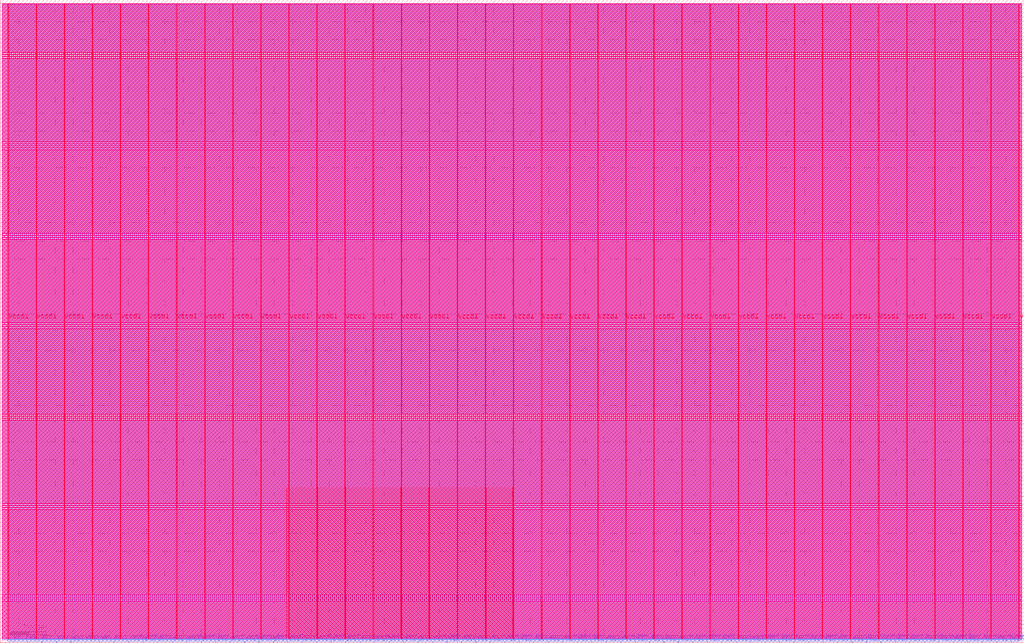
<source format=lef>
VERSION 5.7 ;
  NOWIREEXTENSIONATPIN ON ;
  DIVIDERCHAR "/" ;
  BUSBITCHARS "[]" ;
MACRO user_proj_npu
  CLASS BLOCK ;
  FOREIGN user_proj_npu ;
  ORIGIN 0.000 0.000 ;
  SIZE 2800.000 BY 1760.000 ;
  PIN vccd1
    DIRECTION INOUT ;
    USE POWER ;
    PORT
      LAYER met4 ;
        RECT 21.040 10.640 22.640 1749.200 ;
    END
    PORT
      LAYER met4 ;
        RECT 174.640 10.640 176.240 1749.200 ;
    END
    PORT
      LAYER met4 ;
        RECT 328.240 10.640 329.840 1749.200 ;
    END
    PORT
      LAYER met4 ;
        RECT 481.840 10.640 483.440 1749.200 ;
    END
    PORT
      LAYER met4 ;
        RECT 635.440 10.640 637.040 1749.200 ;
    END
    PORT
      LAYER met4 ;
        RECT 789.040 10.640 790.640 1749.200 ;
    END
    PORT
      LAYER met4 ;
        RECT 942.640 10.640 944.240 1749.200 ;
    END
    PORT
      LAYER met4 ;
        RECT 1096.240 10.640 1097.840 1749.200 ;
    END
    PORT
      LAYER met4 ;
        RECT 1249.840 10.640 1251.440 1749.200 ;
    END
    PORT
      LAYER met4 ;
        RECT 1403.440 10.640 1405.040 1749.200 ;
    END
    PORT
      LAYER met4 ;
        RECT 1557.040 10.640 1558.640 1749.200 ;
    END
    PORT
      LAYER met4 ;
        RECT 1710.640 10.640 1712.240 1749.200 ;
    END
    PORT
      LAYER met4 ;
        RECT 1864.240 10.640 1865.840 1749.200 ;
    END
    PORT
      LAYER met4 ;
        RECT 2017.840 10.640 2019.440 1749.200 ;
    END
    PORT
      LAYER met4 ;
        RECT 2171.440 10.640 2173.040 1749.200 ;
    END
    PORT
      LAYER met4 ;
        RECT 2325.040 10.640 2326.640 1749.200 ;
    END
    PORT
      LAYER met4 ;
        RECT 2478.640 10.640 2480.240 1749.200 ;
    END
    PORT
      LAYER met4 ;
        RECT 2632.240 10.640 2633.840 1749.200 ;
    END
    PORT
      LAYER met4 ;
        RECT 2785.840 10.640 2787.440 1749.200 ;
    END
  END vccd1
  PIN vssd1
    DIRECTION INOUT ;
    USE GROUND ;
    PORT
      LAYER met4 ;
        RECT 97.840 10.640 99.440 1749.200 ;
    END
    PORT
      LAYER met4 ;
        RECT 251.440 10.640 253.040 1749.200 ;
    END
    PORT
      LAYER met4 ;
        RECT 405.040 10.640 406.640 1749.200 ;
    END
    PORT
      LAYER met4 ;
        RECT 558.640 10.640 560.240 1749.200 ;
    END
    PORT
      LAYER met4 ;
        RECT 712.240 10.640 713.840 1749.200 ;
    END
    PORT
      LAYER met4 ;
        RECT 865.840 10.640 867.440 1749.200 ;
    END
    PORT
      LAYER met4 ;
        RECT 1019.440 10.640 1021.040 1749.200 ;
    END
    PORT
      LAYER met4 ;
        RECT 1173.040 10.640 1174.640 1749.200 ;
    END
    PORT
      LAYER met4 ;
        RECT 1326.640 10.640 1328.240 1749.200 ;
    END
    PORT
      LAYER met4 ;
        RECT 1480.240 10.640 1481.840 1749.200 ;
    END
    PORT
      LAYER met4 ;
        RECT 1633.840 10.640 1635.440 1749.200 ;
    END
    PORT
      LAYER met4 ;
        RECT 1787.440 10.640 1789.040 1749.200 ;
    END
    PORT
      LAYER met4 ;
        RECT 1941.040 10.640 1942.640 1749.200 ;
    END
    PORT
      LAYER met4 ;
        RECT 2094.640 10.640 2096.240 1749.200 ;
    END
    PORT
      LAYER met4 ;
        RECT 2248.240 10.640 2249.840 1749.200 ;
    END
    PORT
      LAYER met4 ;
        RECT 2401.840 10.640 2403.440 1749.200 ;
    END
    PORT
      LAYER met4 ;
        RECT 2555.440 10.640 2557.040 1749.200 ;
    END
    PORT
      LAYER met4 ;
        RECT 2709.040 10.640 2710.640 1749.200 ;
    END
  END vssd1
  PIN wb_clk_i
    DIRECTION INPUT ;
    USE SIGNAL ;
    ANTENNAGATEAREA 0.852000 ;
    PORT
      LAYER met2 ;
        RECT 35.050 0.000 35.330 4.000 ;
    END
  END wb_clk_i
  PIN wb_rst_i
    DIRECTION INPUT ;
    USE SIGNAL ;
    PORT
      LAYER met2 ;
        RECT 74.610 0.000 74.890 4.000 ;
    END
  END wb_rst_i
  PIN wbs_ack_o
    DIRECTION OUTPUT TRISTATE ;
    USE SIGNAL ;
    ANTENNADIFFAREA 2.673000 ;
    PORT
      LAYER met2 ;
        RECT 114.170 0.000 114.450 4.000 ;
    END
  END wbs_ack_o
  PIN wbs_cyc_i
    DIRECTION INPUT ;
    USE SIGNAL ;
    ANTENNAGATEAREA 0.126000 ;
    PORT
      LAYER met2 ;
        RECT 153.730 0.000 154.010 4.000 ;
    END
  END wbs_cyc_i
  PIN wbs_dat_i[0]
    DIRECTION INPUT ;
    USE SIGNAL ;
    ANTENNAGATEAREA 0.126000 ;
    PORT
      LAYER met2 ;
        RECT 272.410 0.000 272.690 4.000 ;
    END
  END wbs_dat_i[0]
  PIN wbs_dat_i[10]
    DIRECTION INPUT ;
    USE SIGNAL ;
    ANTENNAGATEAREA 0.126000 ;
    PORT
      LAYER met2 ;
        RECT 1063.610 0.000 1063.890 4.000 ;
    END
  END wbs_dat_i[10]
  PIN wbs_dat_i[11]
    DIRECTION INPUT ;
    USE SIGNAL ;
    ANTENNAGATEAREA 0.126000 ;
    PORT
      LAYER met2 ;
        RECT 1142.730 0.000 1143.010 4.000 ;
    END
  END wbs_dat_i[11]
  PIN wbs_dat_i[12]
    DIRECTION INPUT ;
    USE SIGNAL ;
    ANTENNAGATEAREA 0.126000 ;
    PORT
      LAYER met2 ;
        RECT 1221.850 0.000 1222.130 4.000 ;
    END
  END wbs_dat_i[12]
  PIN wbs_dat_i[13]
    DIRECTION INPUT ;
    USE SIGNAL ;
    ANTENNAGATEAREA 0.126000 ;
    PORT
      LAYER met2 ;
        RECT 1300.970 0.000 1301.250 4.000 ;
    END
  END wbs_dat_i[13]
  PIN wbs_dat_i[14]
    DIRECTION INPUT ;
    USE SIGNAL ;
    ANTENNAGATEAREA 0.126000 ;
    PORT
      LAYER met2 ;
        RECT 1380.090 0.000 1380.370 4.000 ;
    END
  END wbs_dat_i[14]
  PIN wbs_dat_i[15]
    DIRECTION INPUT ;
    USE SIGNAL ;
    ANTENNAGATEAREA 0.126000 ;
    PORT
      LAYER met2 ;
        RECT 1459.210 0.000 1459.490 4.000 ;
    END
  END wbs_dat_i[15]
  PIN wbs_dat_i[16]
    DIRECTION INPUT ;
    USE SIGNAL ;
    ANTENNAGATEAREA 0.126000 ;
    PORT
      LAYER met2 ;
        RECT 1538.330 0.000 1538.610 4.000 ;
    END
  END wbs_dat_i[16]
  PIN wbs_dat_i[17]
    DIRECTION INPUT ;
    USE SIGNAL ;
    ANTENNAGATEAREA 0.126000 ;
    PORT
      LAYER met2 ;
        RECT 1617.450 0.000 1617.730 4.000 ;
    END
  END wbs_dat_i[17]
  PIN wbs_dat_i[18]
    DIRECTION INPUT ;
    USE SIGNAL ;
    ANTENNAGATEAREA 0.126000 ;
    PORT
      LAYER met2 ;
        RECT 1696.570 0.000 1696.850 4.000 ;
    END
  END wbs_dat_i[18]
  PIN wbs_dat_i[19]
    DIRECTION INPUT ;
    USE SIGNAL ;
    ANTENNAGATEAREA 0.126000 ;
    PORT
      LAYER met2 ;
        RECT 1775.690 0.000 1775.970 4.000 ;
    END
  END wbs_dat_i[19]
  PIN wbs_dat_i[1]
    DIRECTION INPUT ;
    USE SIGNAL ;
    ANTENNAGATEAREA 0.126000 ;
    PORT
      LAYER met2 ;
        RECT 351.530 0.000 351.810 4.000 ;
    END
  END wbs_dat_i[1]
  PIN wbs_dat_i[20]
    DIRECTION INPUT ;
    USE SIGNAL ;
    ANTENNAGATEAREA 0.126000 ;
    PORT
      LAYER met2 ;
        RECT 1854.810 0.000 1855.090 4.000 ;
    END
  END wbs_dat_i[20]
  PIN wbs_dat_i[21]
    DIRECTION INPUT ;
    USE SIGNAL ;
    ANTENNAGATEAREA 0.126000 ;
    PORT
      LAYER met2 ;
        RECT 1933.930 0.000 1934.210 4.000 ;
    END
  END wbs_dat_i[21]
  PIN wbs_dat_i[22]
    DIRECTION INPUT ;
    USE SIGNAL ;
    ANTENNAGATEAREA 0.126000 ;
    PORT
      LAYER met2 ;
        RECT 2013.050 0.000 2013.330 4.000 ;
    END
  END wbs_dat_i[22]
  PIN wbs_dat_i[23]
    DIRECTION INPUT ;
    USE SIGNAL ;
    ANTENNAGATEAREA 0.126000 ;
    PORT
      LAYER met2 ;
        RECT 2092.170 0.000 2092.450 4.000 ;
    END
  END wbs_dat_i[23]
  PIN wbs_dat_i[24]
    DIRECTION INPUT ;
    USE SIGNAL ;
    ANTENNAGATEAREA 0.196500 ;
    PORT
      LAYER met2 ;
        RECT 2171.290 0.000 2171.570 4.000 ;
    END
  END wbs_dat_i[24]
  PIN wbs_dat_i[25]
    DIRECTION INPUT ;
    USE SIGNAL ;
    ANTENNAGATEAREA 0.126000 ;
    PORT
      LAYER met2 ;
        RECT 2250.410 0.000 2250.690 4.000 ;
    END
  END wbs_dat_i[25]
  PIN wbs_dat_i[26]
    DIRECTION INPUT ;
    USE SIGNAL ;
    ANTENNAGATEAREA 0.196500 ;
    PORT
      LAYER met2 ;
        RECT 2329.530 0.000 2329.810 4.000 ;
    END
  END wbs_dat_i[26]
  PIN wbs_dat_i[27]
    DIRECTION INPUT ;
    USE SIGNAL ;
    ANTENNAGATEAREA 0.126000 ;
    PORT
      LAYER met2 ;
        RECT 2408.650 0.000 2408.930 4.000 ;
    END
  END wbs_dat_i[27]
  PIN wbs_dat_i[28]
    DIRECTION INPUT ;
    USE SIGNAL ;
    ANTENNAGATEAREA 0.126000 ;
    PORT
      LAYER met2 ;
        RECT 2487.770 0.000 2488.050 4.000 ;
    END
  END wbs_dat_i[28]
  PIN wbs_dat_i[29]
    DIRECTION INPUT ;
    USE SIGNAL ;
    ANTENNAGATEAREA 0.126000 ;
    PORT
      LAYER met2 ;
        RECT 2566.890 0.000 2567.170 4.000 ;
    END
  END wbs_dat_i[29]
  PIN wbs_dat_i[2]
    DIRECTION INPUT ;
    USE SIGNAL ;
    ANTENNAGATEAREA 0.126000 ;
    PORT
      LAYER met2 ;
        RECT 430.650 0.000 430.930 4.000 ;
    END
  END wbs_dat_i[2]
  PIN wbs_dat_i[30]
    DIRECTION INPUT ;
    USE SIGNAL ;
    ANTENNAGATEAREA 0.126000 ;
    PORT
      LAYER met2 ;
        RECT 2646.010 0.000 2646.290 4.000 ;
    END
  END wbs_dat_i[30]
  PIN wbs_dat_i[31]
    DIRECTION INPUT ;
    USE SIGNAL ;
    ANTENNAGATEAREA 0.126000 ;
    PORT
      LAYER met2 ;
        RECT 2725.130 0.000 2725.410 4.000 ;
    END
  END wbs_dat_i[31]
  PIN wbs_dat_i[3]
    DIRECTION INPUT ;
    USE SIGNAL ;
    ANTENNAGATEAREA 0.126000 ;
    PORT
      LAYER met2 ;
        RECT 509.770 0.000 510.050 4.000 ;
    END
  END wbs_dat_i[3]
  PIN wbs_dat_i[4]
    DIRECTION INPUT ;
    USE SIGNAL ;
    ANTENNAGATEAREA 0.126000 ;
    PORT
      LAYER met2 ;
        RECT 588.890 0.000 589.170 4.000 ;
    END
  END wbs_dat_i[4]
  PIN wbs_dat_i[5]
    DIRECTION INPUT ;
    USE SIGNAL ;
    ANTENNAGATEAREA 0.126000 ;
    PORT
      LAYER met2 ;
        RECT 668.010 0.000 668.290 4.000 ;
    END
  END wbs_dat_i[5]
  PIN wbs_dat_i[6]
    DIRECTION INPUT ;
    USE SIGNAL ;
    ANTENNAGATEAREA 0.126000 ;
    PORT
      LAYER met2 ;
        RECT 747.130 0.000 747.410 4.000 ;
    END
  END wbs_dat_i[6]
  PIN wbs_dat_i[7]
    DIRECTION INPUT ;
    USE SIGNAL ;
    ANTENNAGATEAREA 0.126000 ;
    PORT
      LAYER met2 ;
        RECT 826.250 0.000 826.530 4.000 ;
    END
  END wbs_dat_i[7]
  PIN wbs_dat_i[8]
    DIRECTION INPUT ;
    USE SIGNAL ;
    ANTENNAGATEAREA 0.126000 ;
    PORT
      LAYER met2 ;
        RECT 905.370 0.000 905.650 4.000 ;
    END
  END wbs_dat_i[8]
  PIN wbs_dat_i[9]
    DIRECTION INPUT ;
    USE SIGNAL ;
    ANTENNAGATEAREA 0.126000 ;
    PORT
      LAYER met2 ;
        RECT 984.490 0.000 984.770 4.000 ;
    END
  END wbs_dat_i[9]
  PIN wbs_dat_o[0]
    DIRECTION OUTPUT TRISTATE ;
    USE SIGNAL ;
    ANTENNADIFFAREA 2.673000 ;
    PORT
      LAYER met2 ;
        RECT 311.970 0.000 312.250 4.000 ;
    END
  END wbs_dat_o[0]
  PIN wbs_dat_o[10]
    DIRECTION OUTPUT TRISTATE ;
    USE SIGNAL ;
    ANTENNADIFFAREA 2.673000 ;
    PORT
      LAYER met2 ;
        RECT 1103.170 0.000 1103.450 4.000 ;
    END
  END wbs_dat_o[10]
  PIN wbs_dat_o[11]
    DIRECTION OUTPUT TRISTATE ;
    USE SIGNAL ;
    ANTENNADIFFAREA 2.673000 ;
    PORT
      LAYER met2 ;
        RECT 1182.290 0.000 1182.570 4.000 ;
    END
  END wbs_dat_o[11]
  PIN wbs_dat_o[12]
    DIRECTION OUTPUT TRISTATE ;
    USE SIGNAL ;
    ANTENNADIFFAREA 2.673000 ;
    PORT
      LAYER met2 ;
        RECT 1261.410 0.000 1261.690 4.000 ;
    END
  END wbs_dat_o[12]
  PIN wbs_dat_o[13]
    DIRECTION OUTPUT TRISTATE ;
    USE SIGNAL ;
    ANTENNADIFFAREA 2.673000 ;
    PORT
      LAYER met2 ;
        RECT 1340.530 0.000 1340.810 4.000 ;
    END
  END wbs_dat_o[13]
  PIN wbs_dat_o[14]
    DIRECTION OUTPUT TRISTATE ;
    USE SIGNAL ;
    ANTENNADIFFAREA 2.673000 ;
    PORT
      LAYER met2 ;
        RECT 1419.650 0.000 1419.930 4.000 ;
    END
  END wbs_dat_o[14]
  PIN wbs_dat_o[15]
    DIRECTION OUTPUT TRISTATE ;
    USE SIGNAL ;
    ANTENNADIFFAREA 2.673000 ;
    PORT
      LAYER met2 ;
        RECT 1498.770 0.000 1499.050 4.000 ;
    END
  END wbs_dat_o[15]
  PIN wbs_dat_o[16]
    DIRECTION OUTPUT TRISTATE ;
    USE SIGNAL ;
    PORT
      LAYER met2 ;
        RECT 1577.890 0.000 1578.170 4.000 ;
    END
  END wbs_dat_o[16]
  PIN wbs_dat_o[17]
    DIRECTION OUTPUT TRISTATE ;
    USE SIGNAL ;
    PORT
      LAYER met2 ;
        RECT 1657.010 0.000 1657.290 4.000 ;
    END
  END wbs_dat_o[17]
  PIN wbs_dat_o[18]
    DIRECTION OUTPUT TRISTATE ;
    USE SIGNAL ;
    PORT
      LAYER met2 ;
        RECT 1736.130 0.000 1736.410 4.000 ;
    END
  END wbs_dat_o[18]
  PIN wbs_dat_o[19]
    DIRECTION OUTPUT TRISTATE ;
    USE SIGNAL ;
    PORT
      LAYER met2 ;
        RECT 1815.250 0.000 1815.530 4.000 ;
    END
  END wbs_dat_o[19]
  PIN wbs_dat_o[1]
    DIRECTION OUTPUT TRISTATE ;
    USE SIGNAL ;
    ANTENNADIFFAREA 2.673000 ;
    PORT
      LAYER met2 ;
        RECT 391.090 0.000 391.370 4.000 ;
    END
  END wbs_dat_o[1]
  PIN wbs_dat_o[20]
    DIRECTION OUTPUT TRISTATE ;
    USE SIGNAL ;
    PORT
      LAYER met2 ;
        RECT 1894.370 0.000 1894.650 4.000 ;
    END
  END wbs_dat_o[20]
  PIN wbs_dat_o[21]
    DIRECTION OUTPUT TRISTATE ;
    USE SIGNAL ;
    PORT
      LAYER met2 ;
        RECT 1973.490 0.000 1973.770 4.000 ;
    END
  END wbs_dat_o[21]
  PIN wbs_dat_o[22]
    DIRECTION OUTPUT TRISTATE ;
    USE SIGNAL ;
    PORT
      LAYER met2 ;
        RECT 2052.610 0.000 2052.890 4.000 ;
    END
  END wbs_dat_o[22]
  PIN wbs_dat_o[23]
    DIRECTION OUTPUT TRISTATE ;
    USE SIGNAL ;
    PORT
      LAYER met2 ;
        RECT 2131.730 0.000 2132.010 4.000 ;
    END
  END wbs_dat_o[23]
  PIN wbs_dat_o[24]
    DIRECTION OUTPUT TRISTATE ;
    USE SIGNAL ;
    PORT
      LAYER met2 ;
        RECT 2210.850 0.000 2211.130 4.000 ;
    END
  END wbs_dat_o[24]
  PIN wbs_dat_o[25]
    DIRECTION OUTPUT TRISTATE ;
    USE SIGNAL ;
    PORT
      LAYER met2 ;
        RECT 2289.970 0.000 2290.250 4.000 ;
    END
  END wbs_dat_o[25]
  PIN wbs_dat_o[26]
    DIRECTION OUTPUT TRISTATE ;
    USE SIGNAL ;
    PORT
      LAYER met2 ;
        RECT 2369.090 0.000 2369.370 4.000 ;
    END
  END wbs_dat_o[26]
  PIN wbs_dat_o[27]
    DIRECTION OUTPUT TRISTATE ;
    USE SIGNAL ;
    PORT
      LAYER met2 ;
        RECT 2448.210 0.000 2448.490 4.000 ;
    END
  END wbs_dat_o[27]
  PIN wbs_dat_o[28]
    DIRECTION OUTPUT TRISTATE ;
    USE SIGNAL ;
    PORT
      LAYER met2 ;
        RECT 2527.330 0.000 2527.610 4.000 ;
    END
  END wbs_dat_o[28]
  PIN wbs_dat_o[29]
    DIRECTION OUTPUT TRISTATE ;
    USE SIGNAL ;
    PORT
      LAYER met2 ;
        RECT 2606.450 0.000 2606.730 4.000 ;
    END
  END wbs_dat_o[29]
  PIN wbs_dat_o[2]
    DIRECTION OUTPUT TRISTATE ;
    USE SIGNAL ;
    ANTENNADIFFAREA 2.673000 ;
    PORT
      LAYER met2 ;
        RECT 470.210 0.000 470.490 4.000 ;
    END
  END wbs_dat_o[2]
  PIN wbs_dat_o[30]
    DIRECTION OUTPUT TRISTATE ;
    USE SIGNAL ;
    PORT
      LAYER met2 ;
        RECT 2685.570 0.000 2685.850 4.000 ;
    END
  END wbs_dat_o[30]
  PIN wbs_dat_o[31]
    DIRECTION OUTPUT TRISTATE ;
    USE SIGNAL ;
    PORT
      LAYER met2 ;
        RECT 2764.690 0.000 2764.970 4.000 ;
    END
  END wbs_dat_o[31]
  PIN wbs_dat_o[3]
    DIRECTION OUTPUT TRISTATE ;
    USE SIGNAL ;
    ANTENNADIFFAREA 2.673000 ;
    PORT
      LAYER met2 ;
        RECT 549.330 0.000 549.610 4.000 ;
    END
  END wbs_dat_o[3]
  PIN wbs_dat_o[4]
    DIRECTION OUTPUT TRISTATE ;
    USE SIGNAL ;
    ANTENNADIFFAREA 2.673000 ;
    PORT
      LAYER met2 ;
        RECT 628.450 0.000 628.730 4.000 ;
    END
  END wbs_dat_o[4]
  PIN wbs_dat_o[5]
    DIRECTION OUTPUT TRISTATE ;
    USE SIGNAL ;
    ANTENNADIFFAREA 2.673000 ;
    PORT
      LAYER met2 ;
        RECT 707.570 0.000 707.850 4.000 ;
    END
  END wbs_dat_o[5]
  PIN wbs_dat_o[6]
    DIRECTION OUTPUT TRISTATE ;
    USE SIGNAL ;
    ANTENNADIFFAREA 2.673000 ;
    PORT
      LAYER met2 ;
        RECT 786.690 0.000 786.970 4.000 ;
    END
  END wbs_dat_o[6]
  PIN wbs_dat_o[7]
    DIRECTION OUTPUT TRISTATE ;
    USE SIGNAL ;
    ANTENNADIFFAREA 2.673000 ;
    PORT
      LAYER met2 ;
        RECT 865.810 0.000 866.090 4.000 ;
    END
  END wbs_dat_o[7]
  PIN wbs_dat_o[8]
    DIRECTION OUTPUT TRISTATE ;
    USE SIGNAL ;
    ANTENNADIFFAREA 2.673000 ;
    PORT
      LAYER met2 ;
        RECT 944.930 0.000 945.210 4.000 ;
    END
  END wbs_dat_o[8]
  PIN wbs_dat_o[9]
    DIRECTION OUTPUT TRISTATE ;
    USE SIGNAL ;
    ANTENNADIFFAREA 2.673000 ;
    PORT
      LAYER met2 ;
        RECT 1024.050 0.000 1024.330 4.000 ;
    END
  END wbs_dat_o[9]
  PIN wbs_stb_i
    DIRECTION INPUT ;
    USE SIGNAL ;
    ANTENNAGATEAREA 0.213000 ;
    PORT
      LAYER met2 ;
        RECT 193.290 0.000 193.570 4.000 ;
    END
  END wbs_stb_i
  PIN wbs_we_i
    DIRECTION INPUT ;
    USE SIGNAL ;
    PORT
      LAYER met2 ;
        RECT 232.850 0.000 233.130 4.000 ;
    END
  END wbs_we_i
  OBS
      LAYER nwell ;
        RECT 5.330 1747.545 2794.230 1749.150 ;
        RECT 5.330 1742.105 2794.230 1744.935 ;
        RECT 5.330 1736.665 2794.230 1739.495 ;
        RECT 5.330 1731.225 2794.230 1734.055 ;
        RECT 5.330 1725.785 2794.230 1728.615 ;
        RECT 5.330 1720.345 2794.230 1723.175 ;
        RECT 5.330 1714.905 2794.230 1717.735 ;
        RECT 5.330 1709.465 2794.230 1712.295 ;
        RECT 5.330 1704.025 2794.230 1706.855 ;
        RECT 5.330 1698.585 2794.230 1701.415 ;
        RECT 5.330 1693.145 2794.230 1695.975 ;
        RECT 5.330 1687.705 2794.230 1690.535 ;
        RECT 5.330 1682.265 2794.230 1685.095 ;
        RECT 5.330 1676.825 2794.230 1679.655 ;
        RECT 5.330 1671.385 2794.230 1674.215 ;
        RECT 5.330 1665.945 2794.230 1668.775 ;
        RECT 5.330 1660.505 2794.230 1663.335 ;
        RECT 5.330 1655.065 2794.230 1657.895 ;
        RECT 5.330 1649.625 2794.230 1652.455 ;
        RECT 5.330 1644.185 2794.230 1647.015 ;
        RECT 5.330 1638.745 2794.230 1641.575 ;
        RECT 5.330 1633.305 2794.230 1636.135 ;
        RECT 5.330 1627.865 2794.230 1630.695 ;
        RECT 5.330 1622.425 2794.230 1625.255 ;
        RECT 5.330 1616.985 2794.230 1619.815 ;
        RECT 5.330 1611.545 2794.230 1614.375 ;
        RECT 5.330 1606.105 2794.230 1608.935 ;
        RECT 5.330 1600.665 2794.230 1603.495 ;
        RECT 5.330 1595.225 2794.230 1598.055 ;
        RECT 5.330 1589.785 2794.230 1592.615 ;
        RECT 5.330 1584.345 2794.230 1587.175 ;
        RECT 5.330 1578.905 2794.230 1581.735 ;
        RECT 5.330 1573.465 2794.230 1576.295 ;
        RECT 5.330 1568.025 2794.230 1570.855 ;
        RECT 5.330 1562.585 2794.230 1565.415 ;
        RECT 5.330 1557.145 2794.230 1559.975 ;
        RECT 5.330 1551.705 2794.230 1554.535 ;
        RECT 5.330 1546.265 2794.230 1549.095 ;
        RECT 5.330 1540.825 2794.230 1543.655 ;
        RECT 5.330 1535.385 2794.230 1538.215 ;
        RECT 5.330 1529.945 2794.230 1532.775 ;
        RECT 5.330 1524.505 2794.230 1527.335 ;
        RECT 5.330 1519.065 2794.230 1521.895 ;
        RECT 5.330 1513.625 2794.230 1516.455 ;
        RECT 5.330 1508.185 2794.230 1511.015 ;
        RECT 5.330 1502.745 2794.230 1505.575 ;
        RECT 5.330 1497.305 2794.230 1500.135 ;
        RECT 5.330 1491.865 2794.230 1494.695 ;
        RECT 5.330 1486.425 2794.230 1489.255 ;
        RECT 5.330 1480.985 2794.230 1483.815 ;
        RECT 5.330 1475.545 2794.230 1478.375 ;
        RECT 5.330 1470.105 2794.230 1472.935 ;
        RECT 5.330 1464.665 2794.230 1467.495 ;
        RECT 5.330 1459.225 2794.230 1462.055 ;
        RECT 5.330 1453.785 2794.230 1456.615 ;
        RECT 5.330 1448.345 2794.230 1451.175 ;
        RECT 5.330 1442.905 2794.230 1445.735 ;
        RECT 5.330 1437.465 2794.230 1440.295 ;
        RECT 5.330 1432.025 2794.230 1434.855 ;
        RECT 5.330 1426.585 2794.230 1429.415 ;
        RECT 5.330 1421.145 2794.230 1423.975 ;
        RECT 5.330 1415.705 2794.230 1418.535 ;
        RECT 5.330 1410.265 2794.230 1413.095 ;
        RECT 5.330 1404.825 2794.230 1407.655 ;
        RECT 5.330 1399.385 2794.230 1402.215 ;
        RECT 5.330 1393.945 2794.230 1396.775 ;
        RECT 5.330 1388.505 2794.230 1391.335 ;
        RECT 5.330 1383.065 2794.230 1385.895 ;
        RECT 5.330 1377.625 2794.230 1380.455 ;
        RECT 5.330 1372.185 2794.230 1375.015 ;
        RECT 5.330 1366.745 2794.230 1369.575 ;
        RECT 5.330 1361.305 2794.230 1364.135 ;
        RECT 5.330 1355.865 2794.230 1358.695 ;
        RECT 5.330 1350.425 2794.230 1353.255 ;
        RECT 5.330 1344.985 2794.230 1347.815 ;
        RECT 5.330 1339.545 2794.230 1342.375 ;
        RECT 5.330 1334.105 2794.230 1336.935 ;
        RECT 5.330 1328.665 2794.230 1331.495 ;
        RECT 5.330 1323.225 2794.230 1326.055 ;
        RECT 5.330 1317.785 2794.230 1320.615 ;
        RECT 5.330 1312.345 2794.230 1315.175 ;
        RECT 5.330 1306.905 2794.230 1309.735 ;
        RECT 5.330 1301.465 2794.230 1304.295 ;
        RECT 5.330 1296.025 2794.230 1298.855 ;
        RECT 5.330 1290.585 2794.230 1293.415 ;
        RECT 5.330 1285.145 2794.230 1287.975 ;
        RECT 5.330 1279.705 2794.230 1282.535 ;
        RECT 5.330 1274.265 2794.230 1277.095 ;
        RECT 5.330 1268.825 2794.230 1271.655 ;
        RECT 5.330 1263.385 2794.230 1266.215 ;
        RECT 5.330 1257.945 2794.230 1260.775 ;
        RECT 5.330 1252.505 2794.230 1255.335 ;
        RECT 5.330 1247.065 2794.230 1249.895 ;
        RECT 5.330 1241.625 2794.230 1244.455 ;
        RECT 5.330 1236.185 2794.230 1239.015 ;
        RECT 5.330 1230.745 2794.230 1233.575 ;
        RECT 5.330 1225.305 2794.230 1228.135 ;
        RECT 5.330 1219.865 2794.230 1222.695 ;
        RECT 5.330 1214.425 2794.230 1217.255 ;
        RECT 5.330 1208.985 2794.230 1211.815 ;
        RECT 5.330 1203.545 2794.230 1206.375 ;
        RECT 5.330 1198.105 2794.230 1200.935 ;
        RECT 5.330 1192.665 2794.230 1195.495 ;
        RECT 5.330 1187.225 2794.230 1190.055 ;
        RECT 5.330 1181.785 2794.230 1184.615 ;
        RECT 5.330 1176.345 2794.230 1179.175 ;
        RECT 5.330 1170.905 2794.230 1173.735 ;
        RECT 5.330 1165.465 2794.230 1168.295 ;
        RECT 5.330 1160.025 2794.230 1162.855 ;
        RECT 5.330 1154.585 2794.230 1157.415 ;
        RECT 5.330 1149.145 2794.230 1151.975 ;
        RECT 5.330 1143.705 2794.230 1146.535 ;
        RECT 5.330 1138.265 2794.230 1141.095 ;
        RECT 5.330 1132.825 2794.230 1135.655 ;
        RECT 5.330 1127.385 2794.230 1130.215 ;
        RECT 5.330 1121.945 2794.230 1124.775 ;
        RECT 5.330 1116.505 2794.230 1119.335 ;
        RECT 5.330 1111.065 2794.230 1113.895 ;
        RECT 5.330 1105.625 2794.230 1108.455 ;
        RECT 5.330 1100.185 2794.230 1103.015 ;
        RECT 5.330 1094.745 2794.230 1097.575 ;
        RECT 5.330 1089.305 2794.230 1092.135 ;
        RECT 5.330 1083.865 2794.230 1086.695 ;
        RECT 5.330 1078.425 2794.230 1081.255 ;
        RECT 5.330 1072.985 2794.230 1075.815 ;
        RECT 5.330 1067.545 2794.230 1070.375 ;
        RECT 5.330 1062.105 2794.230 1064.935 ;
        RECT 5.330 1056.665 2794.230 1059.495 ;
        RECT 5.330 1051.225 2794.230 1054.055 ;
        RECT 5.330 1045.785 2794.230 1048.615 ;
        RECT 5.330 1040.345 2794.230 1043.175 ;
        RECT 5.330 1034.905 2794.230 1037.735 ;
        RECT 5.330 1029.465 2794.230 1032.295 ;
        RECT 5.330 1024.025 2794.230 1026.855 ;
        RECT 5.330 1018.585 2794.230 1021.415 ;
        RECT 5.330 1013.145 2794.230 1015.975 ;
        RECT 5.330 1007.705 2794.230 1010.535 ;
        RECT 5.330 1002.265 2794.230 1005.095 ;
        RECT 5.330 996.825 2794.230 999.655 ;
        RECT 5.330 991.385 2794.230 994.215 ;
        RECT 5.330 985.945 2794.230 988.775 ;
        RECT 5.330 980.505 2794.230 983.335 ;
        RECT 5.330 975.065 2794.230 977.895 ;
        RECT 5.330 969.625 2794.230 972.455 ;
        RECT 5.330 964.185 2794.230 967.015 ;
        RECT 5.330 958.745 2794.230 961.575 ;
        RECT 5.330 953.305 2794.230 956.135 ;
        RECT 5.330 947.865 2794.230 950.695 ;
        RECT 5.330 942.425 2794.230 945.255 ;
        RECT 5.330 936.985 2794.230 939.815 ;
        RECT 5.330 931.545 2794.230 934.375 ;
        RECT 5.330 926.105 2794.230 928.935 ;
        RECT 5.330 920.665 2794.230 923.495 ;
        RECT 5.330 915.225 2794.230 918.055 ;
        RECT 5.330 909.785 2794.230 912.615 ;
        RECT 5.330 904.345 2794.230 907.175 ;
        RECT 5.330 898.905 2794.230 901.735 ;
        RECT 5.330 893.465 2794.230 896.295 ;
        RECT 5.330 888.025 2794.230 890.855 ;
        RECT 5.330 882.585 2794.230 885.415 ;
        RECT 5.330 877.145 2794.230 879.975 ;
        RECT 5.330 871.705 2794.230 874.535 ;
        RECT 5.330 866.265 2794.230 869.095 ;
        RECT 5.330 860.825 2794.230 863.655 ;
        RECT 5.330 855.385 2794.230 858.215 ;
        RECT 5.330 849.945 2794.230 852.775 ;
        RECT 5.330 844.505 2794.230 847.335 ;
        RECT 5.330 839.065 2794.230 841.895 ;
        RECT 5.330 833.625 2794.230 836.455 ;
        RECT 5.330 828.185 2794.230 831.015 ;
        RECT 5.330 822.745 2794.230 825.575 ;
        RECT 5.330 817.305 2794.230 820.135 ;
        RECT 5.330 811.865 2794.230 814.695 ;
        RECT 5.330 806.425 2794.230 809.255 ;
        RECT 5.330 800.985 2794.230 803.815 ;
        RECT 5.330 795.545 2794.230 798.375 ;
        RECT 5.330 790.105 2794.230 792.935 ;
        RECT 5.330 784.665 2794.230 787.495 ;
        RECT 5.330 779.225 2794.230 782.055 ;
        RECT 5.330 773.785 2794.230 776.615 ;
        RECT 5.330 768.345 2794.230 771.175 ;
        RECT 5.330 762.905 2794.230 765.735 ;
        RECT 5.330 757.465 2794.230 760.295 ;
        RECT 5.330 752.025 2794.230 754.855 ;
        RECT 5.330 746.585 2794.230 749.415 ;
        RECT 5.330 741.145 2794.230 743.975 ;
        RECT 5.330 735.705 2794.230 738.535 ;
        RECT 5.330 730.265 2794.230 733.095 ;
        RECT 5.330 724.825 2794.230 727.655 ;
        RECT 5.330 719.385 2794.230 722.215 ;
        RECT 5.330 713.945 2794.230 716.775 ;
        RECT 5.330 708.505 2794.230 711.335 ;
        RECT 5.330 703.065 2794.230 705.895 ;
        RECT 5.330 697.625 2794.230 700.455 ;
        RECT 5.330 692.185 2794.230 695.015 ;
        RECT 5.330 686.745 2794.230 689.575 ;
        RECT 5.330 681.305 2794.230 684.135 ;
        RECT 5.330 675.865 2794.230 678.695 ;
        RECT 5.330 670.425 2794.230 673.255 ;
        RECT 5.330 664.985 2794.230 667.815 ;
        RECT 5.330 659.545 2794.230 662.375 ;
        RECT 5.330 654.105 2794.230 656.935 ;
        RECT 5.330 648.665 2794.230 651.495 ;
        RECT 5.330 643.225 2794.230 646.055 ;
        RECT 5.330 637.785 2794.230 640.615 ;
        RECT 5.330 632.345 2794.230 635.175 ;
        RECT 5.330 626.905 2794.230 629.735 ;
        RECT 5.330 621.465 2794.230 624.295 ;
        RECT 5.330 616.025 2794.230 618.855 ;
        RECT 5.330 610.585 2794.230 613.415 ;
        RECT 5.330 605.145 2794.230 607.975 ;
        RECT 5.330 599.705 2794.230 602.535 ;
        RECT 5.330 594.265 2794.230 597.095 ;
        RECT 5.330 588.825 2794.230 591.655 ;
        RECT 5.330 583.385 2794.230 586.215 ;
        RECT 5.330 577.945 2794.230 580.775 ;
        RECT 5.330 572.505 2794.230 575.335 ;
        RECT 5.330 567.065 2794.230 569.895 ;
        RECT 5.330 561.625 2794.230 564.455 ;
        RECT 5.330 556.185 2794.230 559.015 ;
        RECT 5.330 550.745 2794.230 553.575 ;
        RECT 5.330 545.305 2794.230 548.135 ;
        RECT 5.330 539.865 2794.230 542.695 ;
        RECT 5.330 534.425 2794.230 537.255 ;
        RECT 5.330 528.985 2794.230 531.815 ;
        RECT 5.330 523.545 2794.230 526.375 ;
        RECT 5.330 518.105 2794.230 520.935 ;
        RECT 5.330 512.665 2794.230 515.495 ;
        RECT 5.330 507.225 2794.230 510.055 ;
        RECT 5.330 501.785 2794.230 504.615 ;
        RECT 5.330 496.345 2794.230 499.175 ;
        RECT 5.330 490.905 2794.230 493.735 ;
        RECT 5.330 485.465 2794.230 488.295 ;
        RECT 5.330 480.025 2794.230 482.855 ;
        RECT 5.330 474.585 2794.230 477.415 ;
        RECT 5.330 469.145 2794.230 471.975 ;
        RECT 5.330 463.705 2794.230 466.535 ;
        RECT 5.330 458.265 2794.230 461.095 ;
        RECT 5.330 452.825 2794.230 455.655 ;
        RECT 5.330 447.385 2794.230 450.215 ;
        RECT 5.330 441.945 2794.230 444.775 ;
        RECT 5.330 436.505 2794.230 439.335 ;
        RECT 5.330 431.065 2794.230 433.895 ;
        RECT 5.330 425.625 2794.230 428.455 ;
        RECT 5.330 420.185 2794.230 423.015 ;
        RECT 5.330 414.745 2794.230 417.575 ;
        RECT 5.330 409.305 2794.230 412.135 ;
        RECT 5.330 403.865 2794.230 406.695 ;
        RECT 5.330 398.425 2794.230 401.255 ;
        RECT 5.330 392.985 2794.230 395.815 ;
        RECT 5.330 387.545 2794.230 390.375 ;
        RECT 5.330 382.105 2794.230 384.935 ;
        RECT 5.330 376.665 2794.230 379.495 ;
        RECT 5.330 371.225 2794.230 374.055 ;
        RECT 5.330 365.785 2794.230 368.615 ;
        RECT 5.330 360.345 2794.230 363.175 ;
        RECT 5.330 354.905 2794.230 357.735 ;
        RECT 5.330 349.465 2794.230 352.295 ;
        RECT 5.330 344.025 2794.230 346.855 ;
        RECT 5.330 338.585 2794.230 341.415 ;
        RECT 5.330 333.145 2794.230 335.975 ;
        RECT 5.330 327.705 2794.230 330.535 ;
        RECT 5.330 322.265 2794.230 325.095 ;
        RECT 5.330 316.825 2794.230 319.655 ;
        RECT 5.330 311.385 2794.230 314.215 ;
        RECT 5.330 305.945 2794.230 308.775 ;
        RECT 5.330 300.505 2794.230 303.335 ;
        RECT 5.330 295.065 2794.230 297.895 ;
        RECT 5.330 289.625 2794.230 292.455 ;
        RECT 5.330 284.185 2794.230 287.015 ;
        RECT 5.330 278.745 2794.230 281.575 ;
        RECT 5.330 273.305 2794.230 276.135 ;
        RECT 5.330 267.865 2794.230 270.695 ;
        RECT 5.330 262.425 2794.230 265.255 ;
        RECT 5.330 256.985 2794.230 259.815 ;
        RECT 5.330 251.545 2794.230 254.375 ;
        RECT 5.330 246.105 2794.230 248.935 ;
        RECT 5.330 240.665 2794.230 243.495 ;
        RECT 5.330 235.225 2794.230 238.055 ;
        RECT 5.330 229.785 2794.230 232.615 ;
        RECT 5.330 224.345 2794.230 227.175 ;
        RECT 5.330 218.905 2794.230 221.735 ;
        RECT 5.330 213.465 2794.230 216.295 ;
        RECT 5.330 208.025 2794.230 210.855 ;
        RECT 5.330 202.585 2794.230 205.415 ;
        RECT 5.330 197.145 2794.230 199.975 ;
        RECT 5.330 191.705 2794.230 194.535 ;
        RECT 5.330 186.265 2794.230 189.095 ;
        RECT 5.330 180.825 2794.230 183.655 ;
        RECT 5.330 175.385 2794.230 178.215 ;
        RECT 5.330 169.945 2794.230 172.775 ;
        RECT 5.330 164.505 2794.230 167.335 ;
        RECT 5.330 159.065 2794.230 161.895 ;
        RECT 5.330 153.625 2794.230 156.455 ;
        RECT 5.330 148.185 2794.230 151.015 ;
        RECT 5.330 142.745 2794.230 145.575 ;
        RECT 5.330 137.305 2794.230 140.135 ;
        RECT 5.330 131.865 2794.230 134.695 ;
        RECT 5.330 126.425 2794.230 129.255 ;
        RECT 5.330 120.985 2794.230 123.815 ;
        RECT 5.330 115.545 2794.230 118.375 ;
        RECT 5.330 110.105 2794.230 112.935 ;
        RECT 5.330 104.665 2794.230 107.495 ;
        RECT 5.330 99.225 2794.230 102.055 ;
        RECT 5.330 93.785 2794.230 96.615 ;
        RECT 5.330 88.345 2794.230 91.175 ;
        RECT 5.330 82.905 2794.230 85.735 ;
        RECT 5.330 77.465 2794.230 80.295 ;
        RECT 5.330 72.025 2794.230 74.855 ;
        RECT 5.330 66.585 2794.230 69.415 ;
        RECT 5.330 61.145 2794.230 63.975 ;
        RECT 5.330 55.705 2794.230 58.535 ;
        RECT 5.330 50.265 2794.230 53.095 ;
        RECT 5.330 44.825 2794.230 47.655 ;
        RECT 5.330 39.385 2794.230 42.215 ;
        RECT 5.330 33.945 2794.230 36.775 ;
        RECT 5.330 28.505 2794.230 31.335 ;
        RECT 5.330 23.065 2794.230 25.895 ;
        RECT 5.330 17.625 2794.230 20.455 ;
        RECT 5.330 12.185 2794.230 15.015 ;
      LAYER li1 ;
        RECT 5.520 10.795 2794.040 1749.045 ;
      LAYER met1 ;
        RECT 5.520 8.200 2794.040 1749.200 ;
      LAYER met2 ;
        RECT 21.070 4.280 2787.410 1749.145 ;
        RECT 21.070 3.670 34.770 4.280 ;
        RECT 35.610 3.670 74.330 4.280 ;
        RECT 75.170 3.670 113.890 4.280 ;
        RECT 114.730 3.670 153.450 4.280 ;
        RECT 154.290 3.670 193.010 4.280 ;
        RECT 193.850 3.670 232.570 4.280 ;
        RECT 233.410 3.670 272.130 4.280 ;
        RECT 272.970 3.670 311.690 4.280 ;
        RECT 312.530 3.670 351.250 4.280 ;
        RECT 352.090 3.670 390.810 4.280 ;
        RECT 391.650 3.670 430.370 4.280 ;
        RECT 431.210 3.670 469.930 4.280 ;
        RECT 470.770 3.670 509.490 4.280 ;
        RECT 510.330 3.670 549.050 4.280 ;
        RECT 549.890 3.670 588.610 4.280 ;
        RECT 589.450 3.670 628.170 4.280 ;
        RECT 629.010 3.670 667.730 4.280 ;
        RECT 668.570 3.670 707.290 4.280 ;
        RECT 708.130 3.670 746.850 4.280 ;
        RECT 747.690 3.670 786.410 4.280 ;
        RECT 787.250 3.670 825.970 4.280 ;
        RECT 826.810 3.670 865.530 4.280 ;
        RECT 866.370 3.670 905.090 4.280 ;
        RECT 905.930 3.670 944.650 4.280 ;
        RECT 945.490 3.670 984.210 4.280 ;
        RECT 985.050 3.670 1023.770 4.280 ;
        RECT 1024.610 3.670 1063.330 4.280 ;
        RECT 1064.170 3.670 1102.890 4.280 ;
        RECT 1103.730 3.670 1142.450 4.280 ;
        RECT 1143.290 3.670 1182.010 4.280 ;
        RECT 1182.850 3.670 1221.570 4.280 ;
        RECT 1222.410 3.670 1261.130 4.280 ;
        RECT 1261.970 3.670 1300.690 4.280 ;
        RECT 1301.530 3.670 1340.250 4.280 ;
        RECT 1341.090 3.670 1379.810 4.280 ;
        RECT 1380.650 3.670 1419.370 4.280 ;
        RECT 1420.210 3.670 1458.930 4.280 ;
        RECT 1459.770 3.670 1498.490 4.280 ;
        RECT 1499.330 3.670 1538.050 4.280 ;
        RECT 1538.890 3.670 1577.610 4.280 ;
        RECT 1578.450 3.670 1617.170 4.280 ;
        RECT 1618.010 3.670 1656.730 4.280 ;
        RECT 1657.570 3.670 1696.290 4.280 ;
        RECT 1697.130 3.670 1735.850 4.280 ;
        RECT 1736.690 3.670 1775.410 4.280 ;
        RECT 1776.250 3.670 1814.970 4.280 ;
        RECT 1815.810 3.670 1854.530 4.280 ;
        RECT 1855.370 3.670 1894.090 4.280 ;
        RECT 1894.930 3.670 1933.650 4.280 ;
        RECT 1934.490 3.670 1973.210 4.280 ;
        RECT 1974.050 3.670 2012.770 4.280 ;
        RECT 2013.610 3.670 2052.330 4.280 ;
        RECT 2053.170 3.670 2091.890 4.280 ;
        RECT 2092.730 3.670 2131.450 4.280 ;
        RECT 2132.290 3.670 2171.010 4.280 ;
        RECT 2171.850 3.670 2210.570 4.280 ;
        RECT 2211.410 3.670 2250.130 4.280 ;
        RECT 2250.970 3.670 2289.690 4.280 ;
        RECT 2290.530 3.670 2329.250 4.280 ;
        RECT 2330.090 3.670 2368.810 4.280 ;
        RECT 2369.650 3.670 2408.370 4.280 ;
        RECT 2409.210 3.670 2447.930 4.280 ;
        RECT 2448.770 3.670 2487.490 4.280 ;
        RECT 2488.330 3.670 2527.050 4.280 ;
        RECT 2527.890 3.670 2566.610 4.280 ;
        RECT 2567.450 3.670 2606.170 4.280 ;
        RECT 2607.010 3.670 2645.730 4.280 ;
        RECT 2646.570 3.670 2685.290 4.280 ;
        RECT 2686.130 3.670 2724.850 4.280 ;
        RECT 2725.690 3.670 2764.410 4.280 ;
        RECT 2765.250 3.670 2787.410 4.280 ;
      LAYER met3 ;
        RECT 21.050 9.695 2787.430 1749.125 ;
      LAYER met4 ;
        RECT 784.135 12.415 788.640 425.505 ;
        RECT 791.040 12.415 865.440 425.505 ;
        RECT 867.840 12.415 942.240 425.505 ;
        RECT 944.640 12.415 1019.040 425.505 ;
        RECT 1021.440 12.415 1095.840 425.505 ;
        RECT 1098.240 12.415 1172.640 425.505 ;
        RECT 1175.040 12.415 1249.440 425.505 ;
        RECT 1251.840 12.415 1326.240 425.505 ;
        RECT 1328.640 12.415 1401.785 425.505 ;
  END
END user_proj_npu
END LIBRARY


</source>
